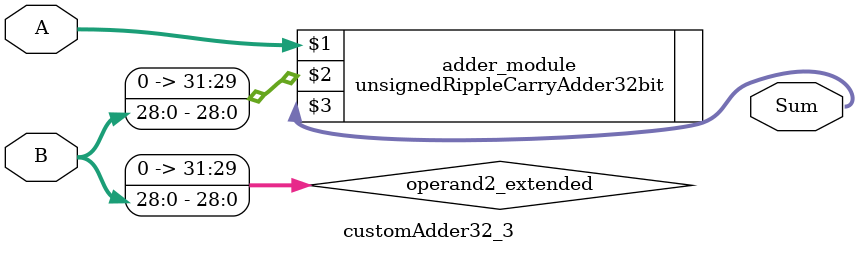
<source format=v>

module customAdder32_3(
                    input [31 : 0] A,
                    input [28 : 0] B,
                    
                    output [32 : 0] Sum
            );

    wire [31 : 0] operand2_extended;
    
    assign operand2_extended =  {3'b0, B};
    
    unsignedRippleCarryAdder32bit adder_module(
        A,
        operand2_extended,
        Sum
    );
    
endmodule
        
</source>
